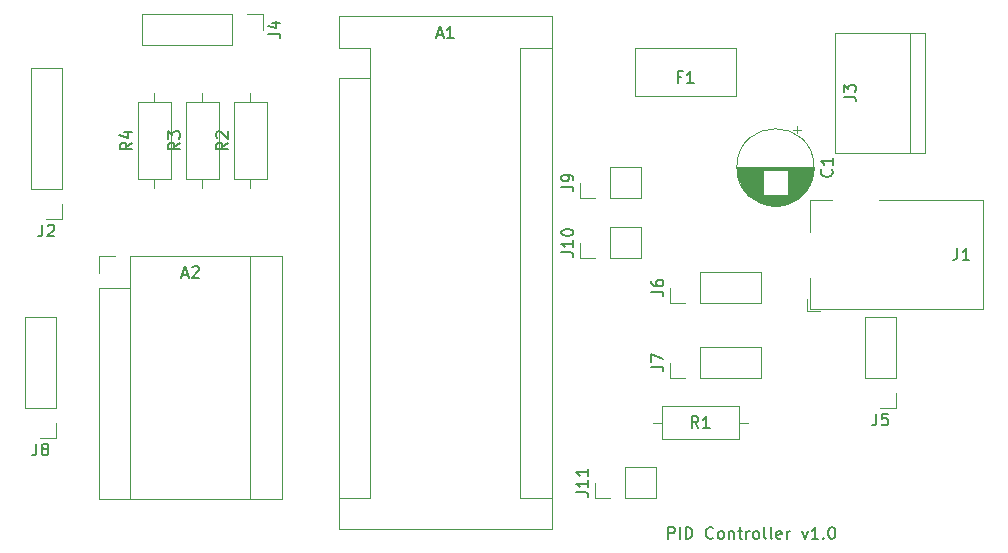
<source format=gbr>
G04 #@! TF.GenerationSoftware,KiCad,Pcbnew,5.1.5+dfsg1-2build2*
G04 #@! TF.CreationDate,2020-11-19T11:24:51+00:00*
G04 #@! TF.ProjectId,PIDController,50494443-6f6e-4747-926f-6c6c65722e6b,rev?*
G04 #@! TF.SameCoordinates,Original*
G04 #@! TF.FileFunction,Legend,Top*
G04 #@! TF.FilePolarity,Positive*
%FSLAX46Y46*%
G04 Gerber Fmt 4.6, Leading zero omitted, Abs format (unit mm)*
G04 Created by KiCad (PCBNEW 5.1.5+dfsg1-2build2) date 2020-11-19 11:24:51*
%MOMM*%
%LPD*%
G04 APERTURE LIST*
%ADD10C,0.150000*%
%ADD11C,0.120000*%
G04 APERTURE END LIST*
D10*
X130620380Y-133040380D02*
X130620380Y-132040380D01*
X131001333Y-132040380D01*
X131096571Y-132088000D01*
X131144190Y-132135619D01*
X131191809Y-132230857D01*
X131191809Y-132373714D01*
X131144190Y-132468952D01*
X131096571Y-132516571D01*
X131001333Y-132564190D01*
X130620380Y-132564190D01*
X131620380Y-133040380D02*
X131620380Y-132040380D01*
X132096571Y-133040380D02*
X132096571Y-132040380D01*
X132334666Y-132040380D01*
X132477523Y-132088000D01*
X132572761Y-132183238D01*
X132620380Y-132278476D01*
X132668000Y-132468952D01*
X132668000Y-132611809D01*
X132620380Y-132802285D01*
X132572761Y-132897523D01*
X132477523Y-132992761D01*
X132334666Y-133040380D01*
X132096571Y-133040380D01*
X134429904Y-132945142D02*
X134382285Y-132992761D01*
X134239428Y-133040380D01*
X134144190Y-133040380D01*
X134001333Y-132992761D01*
X133906095Y-132897523D01*
X133858476Y-132802285D01*
X133810857Y-132611809D01*
X133810857Y-132468952D01*
X133858476Y-132278476D01*
X133906095Y-132183238D01*
X134001333Y-132088000D01*
X134144190Y-132040380D01*
X134239428Y-132040380D01*
X134382285Y-132088000D01*
X134429904Y-132135619D01*
X135001333Y-133040380D02*
X134906095Y-132992761D01*
X134858476Y-132945142D01*
X134810857Y-132849904D01*
X134810857Y-132564190D01*
X134858476Y-132468952D01*
X134906095Y-132421333D01*
X135001333Y-132373714D01*
X135144190Y-132373714D01*
X135239428Y-132421333D01*
X135287047Y-132468952D01*
X135334666Y-132564190D01*
X135334666Y-132849904D01*
X135287047Y-132945142D01*
X135239428Y-132992761D01*
X135144190Y-133040380D01*
X135001333Y-133040380D01*
X135763238Y-132373714D02*
X135763238Y-133040380D01*
X135763238Y-132468952D02*
X135810857Y-132421333D01*
X135906095Y-132373714D01*
X136048952Y-132373714D01*
X136144190Y-132421333D01*
X136191809Y-132516571D01*
X136191809Y-133040380D01*
X136525142Y-132373714D02*
X136906095Y-132373714D01*
X136668000Y-132040380D02*
X136668000Y-132897523D01*
X136715619Y-132992761D01*
X136810857Y-133040380D01*
X136906095Y-133040380D01*
X137239428Y-133040380D02*
X137239428Y-132373714D01*
X137239428Y-132564190D02*
X137287047Y-132468952D01*
X137334666Y-132421333D01*
X137429904Y-132373714D01*
X137525142Y-132373714D01*
X138001333Y-133040380D02*
X137906095Y-132992761D01*
X137858476Y-132945142D01*
X137810857Y-132849904D01*
X137810857Y-132564190D01*
X137858476Y-132468952D01*
X137906095Y-132421333D01*
X138001333Y-132373714D01*
X138144190Y-132373714D01*
X138239428Y-132421333D01*
X138287047Y-132468952D01*
X138334666Y-132564190D01*
X138334666Y-132849904D01*
X138287047Y-132945142D01*
X138239428Y-132992761D01*
X138144190Y-133040380D01*
X138001333Y-133040380D01*
X138906095Y-133040380D02*
X138810857Y-132992761D01*
X138763238Y-132897523D01*
X138763238Y-132040380D01*
X139429904Y-133040380D02*
X139334666Y-132992761D01*
X139287047Y-132897523D01*
X139287047Y-132040380D01*
X140191809Y-132992761D02*
X140096571Y-133040380D01*
X139906095Y-133040380D01*
X139810857Y-132992761D01*
X139763238Y-132897523D01*
X139763238Y-132516571D01*
X139810857Y-132421333D01*
X139906095Y-132373714D01*
X140096571Y-132373714D01*
X140191809Y-132421333D01*
X140239428Y-132516571D01*
X140239428Y-132611809D01*
X139763238Y-132707047D01*
X140668000Y-133040380D02*
X140668000Y-132373714D01*
X140668000Y-132564190D02*
X140715619Y-132468952D01*
X140763238Y-132421333D01*
X140858476Y-132373714D01*
X140953714Y-132373714D01*
X141953714Y-132373714D02*
X142191809Y-133040380D01*
X142429904Y-132373714D01*
X143334666Y-133040380D02*
X142763238Y-133040380D01*
X143048952Y-133040380D02*
X143048952Y-132040380D01*
X142953714Y-132183238D01*
X142858476Y-132278476D01*
X142763238Y-132326095D01*
X143763238Y-132945142D02*
X143810857Y-132992761D01*
X143763238Y-133040380D01*
X143715619Y-132992761D01*
X143763238Y-132945142D01*
X143763238Y-133040380D01*
X144429904Y-132040380D02*
X144525142Y-132040380D01*
X144620380Y-132088000D01*
X144668000Y-132135619D01*
X144715619Y-132230857D01*
X144763238Y-132421333D01*
X144763238Y-132659428D01*
X144715619Y-132849904D01*
X144668000Y-132945142D01*
X144620380Y-132992761D01*
X144525142Y-133040380D01*
X144429904Y-133040380D01*
X144334666Y-132992761D01*
X144287047Y-132945142D01*
X144239428Y-132849904D01*
X144191809Y-132659428D01*
X144191809Y-132421333D01*
X144239428Y-132230857D01*
X144287047Y-132135619D01*
X144334666Y-132088000D01*
X144429904Y-132040380D01*
D11*
X85752000Y-102584000D02*
X88492000Y-102584000D01*
X88492000Y-102584000D02*
X88492000Y-96044000D01*
X88492000Y-96044000D02*
X85752000Y-96044000D01*
X85752000Y-96044000D02*
X85752000Y-102584000D01*
X87122000Y-103354000D02*
X87122000Y-102584000D01*
X87122000Y-95274000D02*
X87122000Y-96044000D01*
X105410000Y-93980000D02*
X105410000Y-91440000D01*
X105410000Y-91440000D02*
X102740000Y-91440000D01*
X102740000Y-93980000D02*
X102740000Y-132210000D01*
X102740000Y-88770000D02*
X102740000Y-91440000D01*
X118110000Y-91440000D02*
X120780000Y-91440000D01*
X118110000Y-91440000D02*
X118110000Y-129540000D01*
X118110000Y-129540000D02*
X120780000Y-129540000D01*
X105410000Y-93980000D02*
X102740000Y-93980000D01*
X105410000Y-93980000D02*
X105410000Y-129540000D01*
X105410000Y-129540000D02*
X102740000Y-129540000D01*
X102740000Y-132210000D02*
X120780000Y-132210000D01*
X120780000Y-132210000D02*
X120780000Y-88770000D01*
X120780000Y-88770000D02*
X102740000Y-88770000D01*
X152400000Y-100330000D02*
X152400000Y-90170000D01*
X144780000Y-100330000D02*
X152400000Y-100330000D01*
X144780000Y-90170000D02*
X144780000Y-100330000D01*
X152400000Y-90170000D02*
X144780000Y-90170000D01*
X151130000Y-90170000D02*
X151130000Y-100330000D01*
X95250000Y-109090000D02*
X95250000Y-129670000D01*
X85090000Y-111760000D02*
X85090000Y-129670000D01*
X83820000Y-109090000D02*
X82420000Y-109090000D01*
X82420000Y-109090000D02*
X82420000Y-110490000D01*
X85090000Y-109090000D02*
X85090000Y-111760000D01*
X85090000Y-111760000D02*
X82420000Y-111760000D01*
X82420000Y-111760000D02*
X82420000Y-129670000D01*
X82420000Y-129670000D02*
X97920000Y-129670000D01*
X97920000Y-129670000D02*
X97920000Y-109090000D01*
X97920000Y-109090000D02*
X85090000Y-109090000D01*
X127790000Y-95560000D02*
X136390000Y-95560000D01*
X136390000Y-91460000D02*
X136390000Y-95560000D01*
X127790000Y-91460000D02*
X127790000Y-95560000D01*
X127790000Y-91460000D02*
X136390000Y-91460000D01*
X79308000Y-93158000D02*
X76648000Y-93158000D01*
X79308000Y-103378000D02*
X79308000Y-93158000D01*
X76648000Y-103378000D02*
X76648000Y-93158000D01*
X79308000Y-103378000D02*
X76648000Y-103378000D01*
X79308000Y-104648000D02*
X79308000Y-105978000D01*
X79308000Y-105978000D02*
X77978000Y-105978000D01*
X86046000Y-88586000D02*
X86046000Y-91246000D01*
X93726000Y-88586000D02*
X86046000Y-88586000D01*
X93726000Y-91246000D02*
X86046000Y-91246000D01*
X93726000Y-88586000D02*
X93726000Y-91246000D01*
X94996000Y-88586000D02*
X96326000Y-88586000D01*
X96326000Y-88586000D02*
X96326000Y-89916000D01*
X149920000Y-114240000D02*
X147260000Y-114240000D01*
X149920000Y-119380000D02*
X149920000Y-114240000D01*
X147260000Y-119380000D02*
X147260000Y-114240000D01*
X149920000Y-119380000D02*
X147260000Y-119380000D01*
X149920000Y-120650000D02*
X149920000Y-121980000D01*
X149920000Y-121980000D02*
X148590000Y-121980000D01*
X130750000Y-113090000D02*
X130750000Y-111760000D01*
X132080000Y-113090000D02*
X130750000Y-113090000D01*
X133350000Y-113090000D02*
X133350000Y-110430000D01*
X133350000Y-110430000D02*
X138490000Y-110430000D01*
X133350000Y-113090000D02*
X138490000Y-113090000D01*
X138490000Y-113090000D02*
X138490000Y-110430000D01*
X138490000Y-119440000D02*
X138490000Y-116780000D01*
X133350000Y-119440000D02*
X138490000Y-119440000D01*
X133350000Y-116780000D02*
X138490000Y-116780000D01*
X133350000Y-119440000D02*
X133350000Y-116780000D01*
X132080000Y-119440000D02*
X130750000Y-119440000D01*
X130750000Y-119440000D02*
X130750000Y-118110000D01*
X78800000Y-124520000D02*
X77470000Y-124520000D01*
X78800000Y-123190000D02*
X78800000Y-124520000D01*
X78800000Y-121920000D02*
X76140000Y-121920000D01*
X76140000Y-121920000D02*
X76140000Y-114240000D01*
X78800000Y-121920000D02*
X78800000Y-114240000D01*
X78800000Y-114240000D02*
X76140000Y-114240000D01*
X128330000Y-104200000D02*
X128330000Y-101540000D01*
X125730000Y-104200000D02*
X128330000Y-104200000D01*
X125730000Y-101540000D02*
X128330000Y-101540000D01*
X125730000Y-104200000D02*
X125730000Y-101540000D01*
X124460000Y-104200000D02*
X123130000Y-104200000D01*
X123130000Y-104200000D02*
X123130000Y-102870000D01*
X123130000Y-109280000D02*
X123130000Y-107950000D01*
X124460000Y-109280000D02*
X123130000Y-109280000D01*
X125730000Y-109280000D02*
X125730000Y-106620000D01*
X125730000Y-106620000D02*
X128330000Y-106620000D01*
X125730000Y-109280000D02*
X128330000Y-109280000D01*
X128330000Y-109280000D02*
X128330000Y-106620000D01*
X129600000Y-129600000D02*
X129600000Y-126940000D01*
X127000000Y-129600000D02*
X129600000Y-129600000D01*
X127000000Y-126940000D02*
X129600000Y-126940000D01*
X127000000Y-129600000D02*
X127000000Y-126940000D01*
X125730000Y-129600000D02*
X124400000Y-129600000D01*
X124400000Y-129600000D02*
X124400000Y-128270000D01*
X130080000Y-121820000D02*
X130080000Y-124560000D01*
X130080000Y-124560000D02*
X136620000Y-124560000D01*
X136620000Y-124560000D02*
X136620000Y-121820000D01*
X136620000Y-121820000D02*
X130080000Y-121820000D01*
X129310000Y-123190000D02*
X130080000Y-123190000D01*
X137390000Y-123190000D02*
X136620000Y-123190000D01*
X142970000Y-101580000D02*
G75*
G03X142970000Y-101580000I-3270000J0D01*
G01*
X142930000Y-101580000D02*
X136470000Y-101580000D01*
X142930000Y-101620000D02*
X136470000Y-101620000D01*
X142930000Y-101660000D02*
X136470000Y-101660000D01*
X142928000Y-101700000D02*
X136472000Y-101700000D01*
X142927000Y-101740000D02*
X136473000Y-101740000D01*
X142924000Y-101780000D02*
X136476000Y-101780000D01*
X142922000Y-101820000D02*
X140740000Y-101820000D01*
X138660000Y-101820000D02*
X136478000Y-101820000D01*
X142918000Y-101860000D02*
X140740000Y-101860000D01*
X138660000Y-101860000D02*
X136482000Y-101860000D01*
X142915000Y-101900000D02*
X140740000Y-101900000D01*
X138660000Y-101900000D02*
X136485000Y-101900000D01*
X142911000Y-101940000D02*
X140740000Y-101940000D01*
X138660000Y-101940000D02*
X136489000Y-101940000D01*
X142906000Y-101980000D02*
X140740000Y-101980000D01*
X138660000Y-101980000D02*
X136494000Y-101980000D01*
X142901000Y-102020000D02*
X140740000Y-102020000D01*
X138660000Y-102020000D02*
X136499000Y-102020000D01*
X142895000Y-102060000D02*
X140740000Y-102060000D01*
X138660000Y-102060000D02*
X136505000Y-102060000D01*
X142889000Y-102100000D02*
X140740000Y-102100000D01*
X138660000Y-102100000D02*
X136511000Y-102100000D01*
X142882000Y-102140000D02*
X140740000Y-102140000D01*
X138660000Y-102140000D02*
X136518000Y-102140000D01*
X142875000Y-102180000D02*
X140740000Y-102180000D01*
X138660000Y-102180000D02*
X136525000Y-102180000D01*
X142867000Y-102220000D02*
X140740000Y-102220000D01*
X138660000Y-102220000D02*
X136533000Y-102220000D01*
X142859000Y-102260000D02*
X140740000Y-102260000D01*
X138660000Y-102260000D02*
X136541000Y-102260000D01*
X142850000Y-102301000D02*
X140740000Y-102301000D01*
X138660000Y-102301000D02*
X136550000Y-102301000D01*
X142841000Y-102341000D02*
X140740000Y-102341000D01*
X138660000Y-102341000D02*
X136559000Y-102341000D01*
X142831000Y-102381000D02*
X140740000Y-102381000D01*
X138660000Y-102381000D02*
X136569000Y-102381000D01*
X142821000Y-102421000D02*
X140740000Y-102421000D01*
X138660000Y-102421000D02*
X136579000Y-102421000D01*
X142810000Y-102461000D02*
X140740000Y-102461000D01*
X138660000Y-102461000D02*
X136590000Y-102461000D01*
X142798000Y-102501000D02*
X140740000Y-102501000D01*
X138660000Y-102501000D02*
X136602000Y-102501000D01*
X142786000Y-102541000D02*
X140740000Y-102541000D01*
X138660000Y-102541000D02*
X136614000Y-102541000D01*
X142774000Y-102581000D02*
X140740000Y-102581000D01*
X138660000Y-102581000D02*
X136626000Y-102581000D01*
X142761000Y-102621000D02*
X140740000Y-102621000D01*
X138660000Y-102621000D02*
X136639000Y-102621000D01*
X142747000Y-102661000D02*
X140740000Y-102661000D01*
X138660000Y-102661000D02*
X136653000Y-102661000D01*
X142733000Y-102701000D02*
X140740000Y-102701000D01*
X138660000Y-102701000D02*
X136667000Y-102701000D01*
X142718000Y-102741000D02*
X140740000Y-102741000D01*
X138660000Y-102741000D02*
X136682000Y-102741000D01*
X142702000Y-102781000D02*
X140740000Y-102781000D01*
X138660000Y-102781000D02*
X136698000Y-102781000D01*
X142686000Y-102821000D02*
X140740000Y-102821000D01*
X138660000Y-102821000D02*
X136714000Y-102821000D01*
X142670000Y-102861000D02*
X140740000Y-102861000D01*
X138660000Y-102861000D02*
X136730000Y-102861000D01*
X142652000Y-102901000D02*
X140740000Y-102901000D01*
X138660000Y-102901000D02*
X136748000Y-102901000D01*
X142634000Y-102941000D02*
X140740000Y-102941000D01*
X138660000Y-102941000D02*
X136766000Y-102941000D01*
X142616000Y-102981000D02*
X140740000Y-102981000D01*
X138660000Y-102981000D02*
X136784000Y-102981000D01*
X142596000Y-103021000D02*
X140740000Y-103021000D01*
X138660000Y-103021000D02*
X136804000Y-103021000D01*
X142576000Y-103061000D02*
X140740000Y-103061000D01*
X138660000Y-103061000D02*
X136824000Y-103061000D01*
X142556000Y-103101000D02*
X140740000Y-103101000D01*
X138660000Y-103101000D02*
X136844000Y-103101000D01*
X142534000Y-103141000D02*
X140740000Y-103141000D01*
X138660000Y-103141000D02*
X136866000Y-103141000D01*
X142512000Y-103181000D02*
X140740000Y-103181000D01*
X138660000Y-103181000D02*
X136888000Y-103181000D01*
X142490000Y-103221000D02*
X140740000Y-103221000D01*
X138660000Y-103221000D02*
X136910000Y-103221000D01*
X142466000Y-103261000D02*
X140740000Y-103261000D01*
X138660000Y-103261000D02*
X136934000Y-103261000D01*
X142442000Y-103301000D02*
X140740000Y-103301000D01*
X138660000Y-103301000D02*
X136958000Y-103301000D01*
X142416000Y-103341000D02*
X140740000Y-103341000D01*
X138660000Y-103341000D02*
X136984000Y-103341000D01*
X142390000Y-103381000D02*
X140740000Y-103381000D01*
X138660000Y-103381000D02*
X137010000Y-103381000D01*
X142364000Y-103421000D02*
X140740000Y-103421000D01*
X138660000Y-103421000D02*
X137036000Y-103421000D01*
X142336000Y-103461000D02*
X140740000Y-103461000D01*
X138660000Y-103461000D02*
X137064000Y-103461000D01*
X142307000Y-103501000D02*
X140740000Y-103501000D01*
X138660000Y-103501000D02*
X137093000Y-103501000D01*
X142278000Y-103541000D02*
X140740000Y-103541000D01*
X138660000Y-103541000D02*
X137122000Y-103541000D01*
X142248000Y-103581000D02*
X140740000Y-103581000D01*
X138660000Y-103581000D02*
X137152000Y-103581000D01*
X142216000Y-103621000D02*
X140740000Y-103621000D01*
X138660000Y-103621000D02*
X137184000Y-103621000D01*
X142184000Y-103661000D02*
X140740000Y-103661000D01*
X138660000Y-103661000D02*
X137216000Y-103661000D01*
X142150000Y-103701000D02*
X140740000Y-103701000D01*
X138660000Y-103701000D02*
X137250000Y-103701000D01*
X142116000Y-103741000D02*
X140740000Y-103741000D01*
X138660000Y-103741000D02*
X137284000Y-103741000D01*
X142080000Y-103781000D02*
X140740000Y-103781000D01*
X138660000Y-103781000D02*
X137320000Y-103781000D01*
X142043000Y-103821000D02*
X140740000Y-103821000D01*
X138660000Y-103821000D02*
X137357000Y-103821000D01*
X142005000Y-103861000D02*
X140740000Y-103861000D01*
X138660000Y-103861000D02*
X137395000Y-103861000D01*
X141965000Y-103901000D02*
X137435000Y-103901000D01*
X141924000Y-103941000D02*
X137476000Y-103941000D01*
X141882000Y-103981000D02*
X137518000Y-103981000D01*
X141837000Y-104021000D02*
X137563000Y-104021000D01*
X141792000Y-104061000D02*
X137608000Y-104061000D01*
X141744000Y-104101000D02*
X137656000Y-104101000D01*
X141695000Y-104141000D02*
X137705000Y-104141000D01*
X141644000Y-104181000D02*
X137756000Y-104181000D01*
X141590000Y-104221000D02*
X137810000Y-104221000D01*
X141534000Y-104261000D02*
X137866000Y-104261000D01*
X141476000Y-104301000D02*
X137924000Y-104301000D01*
X141414000Y-104341000D02*
X137986000Y-104341000D01*
X141350000Y-104381000D02*
X138050000Y-104381000D01*
X141281000Y-104421000D02*
X138119000Y-104421000D01*
X141209000Y-104461000D02*
X138191000Y-104461000D01*
X141132000Y-104501000D02*
X138268000Y-104501000D01*
X141050000Y-104541000D02*
X138350000Y-104541000D01*
X140962000Y-104581000D02*
X138438000Y-104581000D01*
X140865000Y-104621000D02*
X138535000Y-104621000D01*
X140759000Y-104661000D02*
X138641000Y-104661000D01*
X140640000Y-104701000D02*
X138760000Y-104701000D01*
X140502000Y-104741000D02*
X138898000Y-104741000D01*
X140333000Y-104781000D02*
X139067000Y-104781000D01*
X140102000Y-104821000D02*
X139298000Y-104821000D01*
X141539000Y-98079759D02*
X141539000Y-98709759D01*
X141854000Y-98394759D02*
X141224000Y-98394759D01*
X142410000Y-112716000D02*
X142410000Y-113766000D01*
X143460000Y-113766000D02*
X142410000Y-113766000D01*
X148510000Y-104366000D02*
X157310000Y-104366000D01*
X157310000Y-104366000D02*
X157310000Y-113566000D01*
X142610000Y-107066000D02*
X142610000Y-104366000D01*
X142610000Y-104366000D02*
X144510000Y-104366000D01*
X157310000Y-113566000D02*
X142610000Y-113566000D01*
X142610000Y-113566000D02*
X142610000Y-110966000D01*
X93880000Y-102584000D02*
X96620000Y-102584000D01*
X96620000Y-102584000D02*
X96620000Y-96044000D01*
X96620000Y-96044000D02*
X93880000Y-96044000D01*
X93880000Y-96044000D02*
X93880000Y-102584000D01*
X95250000Y-103354000D02*
X95250000Y-102584000D01*
X95250000Y-95274000D02*
X95250000Y-96044000D01*
X91186000Y-95274000D02*
X91186000Y-96044000D01*
X91186000Y-103354000D02*
X91186000Y-102584000D01*
X89816000Y-96044000D02*
X89816000Y-102584000D01*
X92556000Y-96044000D02*
X89816000Y-96044000D01*
X92556000Y-102584000D02*
X92556000Y-96044000D01*
X89816000Y-102584000D02*
X92556000Y-102584000D01*
D10*
X85204380Y-99480666D02*
X84728190Y-99814000D01*
X85204380Y-100052095D02*
X84204380Y-100052095D01*
X84204380Y-99671142D01*
X84252000Y-99575904D01*
X84299619Y-99528285D01*
X84394857Y-99480666D01*
X84537714Y-99480666D01*
X84632952Y-99528285D01*
X84680571Y-99575904D01*
X84728190Y-99671142D01*
X84728190Y-100052095D01*
X84537714Y-98623523D02*
X85204380Y-98623523D01*
X84156761Y-98861619D02*
X84871047Y-99099714D01*
X84871047Y-98480666D01*
X111045714Y-90336666D02*
X111521904Y-90336666D01*
X110950476Y-90622380D02*
X111283809Y-89622380D01*
X111617142Y-90622380D01*
X112474285Y-90622380D02*
X111902857Y-90622380D01*
X112188571Y-90622380D02*
X112188571Y-89622380D01*
X112093333Y-89765238D01*
X111998095Y-89860476D01*
X111902857Y-89908095D01*
X145502380Y-95583333D02*
X146216666Y-95583333D01*
X146359523Y-95630952D01*
X146454761Y-95726190D01*
X146502380Y-95869047D01*
X146502380Y-95964285D01*
X145502380Y-95202380D02*
X145502380Y-94583333D01*
X145883333Y-94916666D01*
X145883333Y-94773809D01*
X145930952Y-94678571D01*
X145978571Y-94630952D01*
X146073809Y-94583333D01*
X146311904Y-94583333D01*
X146407142Y-94630952D01*
X146454761Y-94678571D01*
X146502380Y-94773809D01*
X146502380Y-95059523D01*
X146454761Y-95154761D01*
X146407142Y-95202380D01*
X89455714Y-110656666D02*
X89931904Y-110656666D01*
X89360476Y-110942380D02*
X89693809Y-109942380D01*
X90027142Y-110942380D01*
X90312857Y-110037619D02*
X90360476Y-109990000D01*
X90455714Y-109942380D01*
X90693809Y-109942380D01*
X90789047Y-109990000D01*
X90836666Y-110037619D01*
X90884285Y-110132857D01*
X90884285Y-110228095D01*
X90836666Y-110370952D01*
X90265238Y-110942380D01*
X90884285Y-110942380D01*
X131746666Y-93908571D02*
X131413333Y-93908571D01*
X131413333Y-94432380D02*
X131413333Y-93432380D01*
X131889523Y-93432380D01*
X132794285Y-94432380D02*
X132222857Y-94432380D01*
X132508571Y-94432380D02*
X132508571Y-93432380D01*
X132413333Y-93575238D01*
X132318095Y-93670476D01*
X132222857Y-93718095D01*
X77644666Y-106430380D02*
X77644666Y-107144666D01*
X77597047Y-107287523D01*
X77501809Y-107382761D01*
X77358952Y-107430380D01*
X77263714Y-107430380D01*
X78073238Y-106525619D02*
X78120857Y-106478000D01*
X78216095Y-106430380D01*
X78454190Y-106430380D01*
X78549428Y-106478000D01*
X78597047Y-106525619D01*
X78644666Y-106620857D01*
X78644666Y-106716095D01*
X78597047Y-106858952D01*
X78025619Y-107430380D01*
X78644666Y-107430380D01*
X96778380Y-90249333D02*
X97492666Y-90249333D01*
X97635523Y-90296952D01*
X97730761Y-90392190D01*
X97778380Y-90535047D01*
X97778380Y-90630285D01*
X97111714Y-89344571D02*
X97778380Y-89344571D01*
X96730761Y-89582666D02*
X97445047Y-89820761D01*
X97445047Y-89201714D01*
X148256666Y-122432380D02*
X148256666Y-123146666D01*
X148209047Y-123289523D01*
X148113809Y-123384761D01*
X147970952Y-123432380D01*
X147875714Y-123432380D01*
X149209047Y-122432380D02*
X148732857Y-122432380D01*
X148685238Y-122908571D01*
X148732857Y-122860952D01*
X148828095Y-122813333D01*
X149066190Y-122813333D01*
X149161428Y-122860952D01*
X149209047Y-122908571D01*
X149256666Y-123003809D01*
X149256666Y-123241904D01*
X149209047Y-123337142D01*
X149161428Y-123384761D01*
X149066190Y-123432380D01*
X148828095Y-123432380D01*
X148732857Y-123384761D01*
X148685238Y-123337142D01*
X129202380Y-112093333D02*
X129916666Y-112093333D01*
X130059523Y-112140952D01*
X130154761Y-112236190D01*
X130202380Y-112379047D01*
X130202380Y-112474285D01*
X129202380Y-111188571D02*
X129202380Y-111379047D01*
X129250000Y-111474285D01*
X129297619Y-111521904D01*
X129440476Y-111617142D01*
X129630952Y-111664761D01*
X130011904Y-111664761D01*
X130107142Y-111617142D01*
X130154761Y-111569523D01*
X130202380Y-111474285D01*
X130202380Y-111283809D01*
X130154761Y-111188571D01*
X130107142Y-111140952D01*
X130011904Y-111093333D01*
X129773809Y-111093333D01*
X129678571Y-111140952D01*
X129630952Y-111188571D01*
X129583333Y-111283809D01*
X129583333Y-111474285D01*
X129630952Y-111569523D01*
X129678571Y-111617142D01*
X129773809Y-111664761D01*
X129202380Y-118443333D02*
X129916666Y-118443333D01*
X130059523Y-118490952D01*
X130154761Y-118586190D01*
X130202380Y-118729047D01*
X130202380Y-118824285D01*
X129202380Y-118062380D02*
X129202380Y-117395714D01*
X130202380Y-117824285D01*
X77136666Y-124972380D02*
X77136666Y-125686666D01*
X77089047Y-125829523D01*
X76993809Y-125924761D01*
X76850952Y-125972380D01*
X76755714Y-125972380D01*
X77755714Y-125400952D02*
X77660476Y-125353333D01*
X77612857Y-125305714D01*
X77565238Y-125210476D01*
X77565238Y-125162857D01*
X77612857Y-125067619D01*
X77660476Y-125020000D01*
X77755714Y-124972380D01*
X77946190Y-124972380D01*
X78041428Y-125020000D01*
X78089047Y-125067619D01*
X78136666Y-125162857D01*
X78136666Y-125210476D01*
X78089047Y-125305714D01*
X78041428Y-125353333D01*
X77946190Y-125400952D01*
X77755714Y-125400952D01*
X77660476Y-125448571D01*
X77612857Y-125496190D01*
X77565238Y-125591428D01*
X77565238Y-125781904D01*
X77612857Y-125877142D01*
X77660476Y-125924761D01*
X77755714Y-125972380D01*
X77946190Y-125972380D01*
X78041428Y-125924761D01*
X78089047Y-125877142D01*
X78136666Y-125781904D01*
X78136666Y-125591428D01*
X78089047Y-125496190D01*
X78041428Y-125448571D01*
X77946190Y-125400952D01*
X121582380Y-103203333D02*
X122296666Y-103203333D01*
X122439523Y-103250952D01*
X122534761Y-103346190D01*
X122582380Y-103489047D01*
X122582380Y-103584285D01*
X122582380Y-102679523D02*
X122582380Y-102489047D01*
X122534761Y-102393809D01*
X122487142Y-102346190D01*
X122344285Y-102250952D01*
X122153809Y-102203333D01*
X121772857Y-102203333D01*
X121677619Y-102250952D01*
X121630000Y-102298571D01*
X121582380Y-102393809D01*
X121582380Y-102584285D01*
X121630000Y-102679523D01*
X121677619Y-102727142D01*
X121772857Y-102774761D01*
X122010952Y-102774761D01*
X122106190Y-102727142D01*
X122153809Y-102679523D01*
X122201428Y-102584285D01*
X122201428Y-102393809D01*
X122153809Y-102298571D01*
X122106190Y-102250952D01*
X122010952Y-102203333D01*
X121582380Y-108759523D02*
X122296666Y-108759523D01*
X122439523Y-108807142D01*
X122534761Y-108902380D01*
X122582380Y-109045238D01*
X122582380Y-109140476D01*
X122582380Y-107759523D02*
X122582380Y-108330952D01*
X122582380Y-108045238D02*
X121582380Y-108045238D01*
X121725238Y-108140476D01*
X121820476Y-108235714D01*
X121868095Y-108330952D01*
X121582380Y-107140476D02*
X121582380Y-107045238D01*
X121630000Y-106950000D01*
X121677619Y-106902380D01*
X121772857Y-106854761D01*
X121963333Y-106807142D01*
X122201428Y-106807142D01*
X122391904Y-106854761D01*
X122487142Y-106902380D01*
X122534761Y-106950000D01*
X122582380Y-107045238D01*
X122582380Y-107140476D01*
X122534761Y-107235714D01*
X122487142Y-107283333D01*
X122391904Y-107330952D01*
X122201428Y-107378571D01*
X121963333Y-107378571D01*
X121772857Y-107330952D01*
X121677619Y-107283333D01*
X121630000Y-107235714D01*
X121582380Y-107140476D01*
X122852380Y-129079523D02*
X123566666Y-129079523D01*
X123709523Y-129127142D01*
X123804761Y-129222380D01*
X123852380Y-129365238D01*
X123852380Y-129460476D01*
X123852380Y-128079523D02*
X123852380Y-128650952D01*
X123852380Y-128365238D02*
X122852380Y-128365238D01*
X122995238Y-128460476D01*
X123090476Y-128555714D01*
X123138095Y-128650952D01*
X123852380Y-127127142D02*
X123852380Y-127698571D01*
X123852380Y-127412857D02*
X122852380Y-127412857D01*
X122995238Y-127508095D01*
X123090476Y-127603333D01*
X123138095Y-127698571D01*
X133183333Y-123642380D02*
X132850000Y-123166190D01*
X132611904Y-123642380D02*
X132611904Y-122642380D01*
X132992857Y-122642380D01*
X133088095Y-122690000D01*
X133135714Y-122737619D01*
X133183333Y-122832857D01*
X133183333Y-122975714D01*
X133135714Y-123070952D01*
X133088095Y-123118571D01*
X132992857Y-123166190D01*
X132611904Y-123166190D01*
X134135714Y-123642380D02*
X133564285Y-123642380D01*
X133850000Y-123642380D02*
X133850000Y-122642380D01*
X133754761Y-122785238D01*
X133659523Y-122880476D01*
X133564285Y-122928095D01*
X144457142Y-101746666D02*
X144504761Y-101794285D01*
X144552380Y-101937142D01*
X144552380Y-102032380D01*
X144504761Y-102175238D01*
X144409523Y-102270476D01*
X144314285Y-102318095D01*
X144123809Y-102365714D01*
X143980952Y-102365714D01*
X143790476Y-102318095D01*
X143695238Y-102270476D01*
X143600000Y-102175238D01*
X143552380Y-102032380D01*
X143552380Y-101937142D01*
X143600000Y-101794285D01*
X143647619Y-101746666D01*
X144552380Y-100794285D02*
X144552380Y-101365714D01*
X144552380Y-101080000D02*
X143552380Y-101080000D01*
X143695238Y-101175238D01*
X143790476Y-101270476D01*
X143838095Y-101365714D01*
X155114666Y-108418380D02*
X155114666Y-109132666D01*
X155067047Y-109275523D01*
X154971809Y-109370761D01*
X154828952Y-109418380D01*
X154733714Y-109418380D01*
X156114666Y-109418380D02*
X155543238Y-109418380D01*
X155828952Y-109418380D02*
X155828952Y-108418380D01*
X155733714Y-108561238D01*
X155638476Y-108656476D01*
X155543238Y-108704095D01*
X93332380Y-99480666D02*
X92856190Y-99814000D01*
X93332380Y-100052095D02*
X92332380Y-100052095D01*
X92332380Y-99671142D01*
X92380000Y-99575904D01*
X92427619Y-99528285D01*
X92522857Y-99480666D01*
X92665714Y-99480666D01*
X92760952Y-99528285D01*
X92808571Y-99575904D01*
X92856190Y-99671142D01*
X92856190Y-100052095D01*
X92427619Y-99099714D02*
X92380000Y-99052095D01*
X92332380Y-98956857D01*
X92332380Y-98718761D01*
X92380000Y-98623523D01*
X92427619Y-98575904D01*
X92522857Y-98528285D01*
X92618095Y-98528285D01*
X92760952Y-98575904D01*
X93332380Y-99147333D01*
X93332380Y-98528285D01*
X89268380Y-99480666D02*
X88792190Y-99814000D01*
X89268380Y-100052095D02*
X88268380Y-100052095D01*
X88268380Y-99671142D01*
X88316000Y-99575904D01*
X88363619Y-99528285D01*
X88458857Y-99480666D01*
X88601714Y-99480666D01*
X88696952Y-99528285D01*
X88744571Y-99575904D01*
X88792190Y-99671142D01*
X88792190Y-100052095D01*
X88268380Y-99147333D02*
X88268380Y-98528285D01*
X88649333Y-98861619D01*
X88649333Y-98718761D01*
X88696952Y-98623523D01*
X88744571Y-98575904D01*
X88839809Y-98528285D01*
X89077904Y-98528285D01*
X89173142Y-98575904D01*
X89220761Y-98623523D01*
X89268380Y-98718761D01*
X89268380Y-99004476D01*
X89220761Y-99099714D01*
X89173142Y-99147333D01*
M02*

</source>
